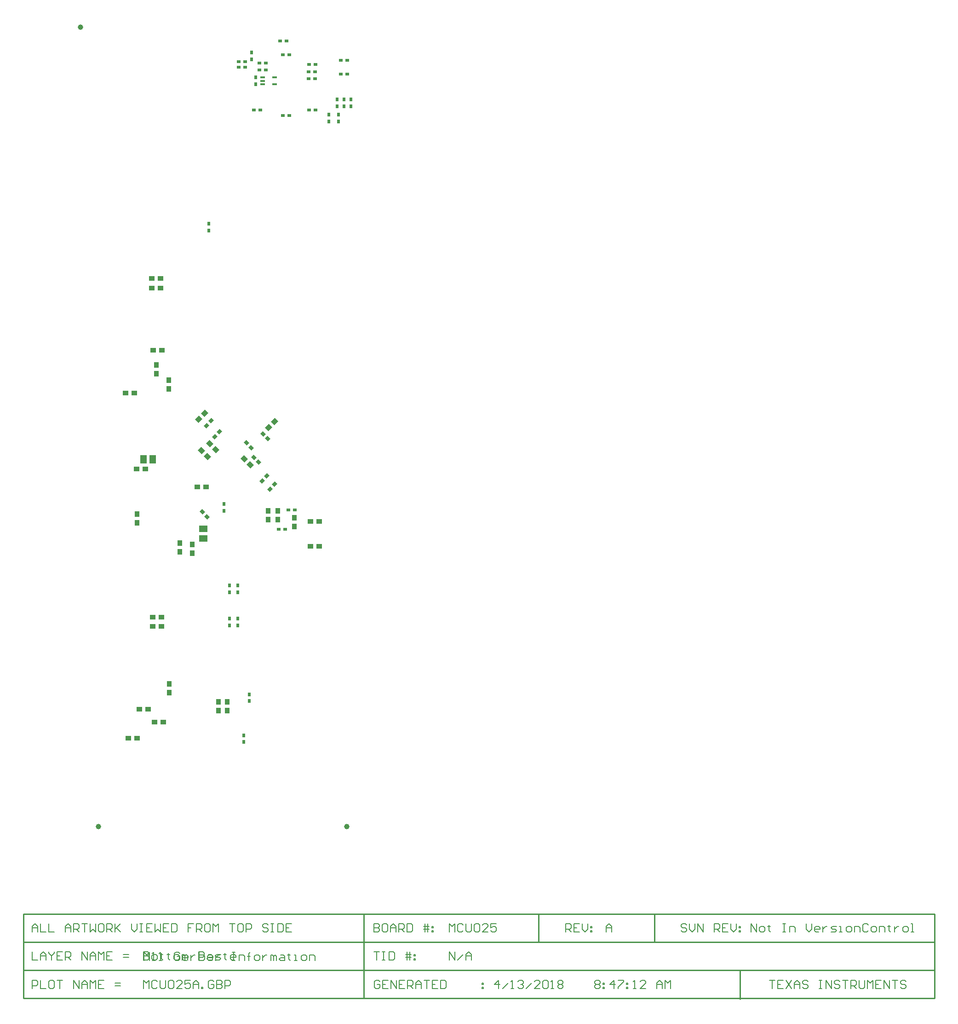
<source format=gbp>
G04 Layer_Color=128*
%FSAX25Y25*%
%MOIN*%
G70*
G01*
G75*
%ADD22R,0.03740X0.03937*%
%ADD23R,0.03937X0.03740*%
%ADD25C,0.03937*%
%ADD27R,0.02362X0.03150*%
%ADD28R,0.03150X0.02362*%
%ADD49C,0.00800*%
%ADD50C,0.01000*%
%ADD68R,0.05905X0.05118*%
G04:AMPARAMS|DCode=70|XSize=37.4mil|YSize=39.37mil|CornerRadius=0mil|HoleSize=0mil|Usage=FLASHONLY|Rotation=315.000|XOffset=0mil|YOffset=0mil|HoleType=Round|Shape=Rectangle|*
%AMROTATEDRECTD70*
4,1,4,-0.02714,-0.00070,0.00070,0.02714,0.02714,0.00070,-0.00070,-0.02714,-0.02714,-0.00070,0.0*
%
%ADD70ROTATEDRECTD70*%

G04:AMPARAMS|DCode=71|XSize=23.62mil|YSize=31.5mil|CornerRadius=0mil|HoleSize=0mil|Usage=FLASHONLY|Rotation=135.000|XOffset=0mil|YOffset=0mil|HoleType=Round|Shape=Rectangle|*
%AMROTATEDRECTD71*
4,1,4,0.01949,0.00278,-0.00278,-0.01949,-0.01949,-0.00278,0.00278,0.01949,0.01949,0.00278,0.0*
%
%ADD71ROTATEDRECTD71*%

G04:AMPARAMS|DCode=72|XSize=37.4mil|YSize=39.37mil|CornerRadius=0mil|HoleSize=0mil|Usage=FLASHONLY|Rotation=225.000|XOffset=0mil|YOffset=0mil|HoleType=Round|Shape=Rectangle|*
%AMROTATEDRECTD72*
4,1,4,-0.00070,0.02714,0.02714,-0.00070,0.00070,-0.02714,-0.02714,0.00070,-0.00070,0.02714,0.0*
%
%ADD72ROTATEDRECTD72*%

G04:AMPARAMS|DCode=73|XSize=23.62mil|YSize=31.5mil|CornerRadius=0mil|HoleSize=0mil|Usage=FLASHONLY|Rotation=225.000|XOffset=0mil|YOffset=0mil|HoleType=Round|Shape=Rectangle|*
%AMROTATEDRECTD73*
4,1,4,-0.00278,0.01949,0.01949,-0.00278,0.00278,-0.01949,-0.01949,0.00278,-0.00278,0.01949,0.0*
%
%ADD73ROTATEDRECTD73*%

%ADD74R,0.05118X0.05905*%
G04:AMPARAMS|DCode=75|XSize=15.75mil|YSize=33.47mil|CornerRadius=1.97mil|HoleSize=0mil|Usage=FLASHONLY|Rotation=270.000|XOffset=0mil|YOffset=0mil|HoleType=Round|Shape=RoundedRectangle|*
%AMROUNDEDRECTD75*
21,1,0.01575,0.02953,0,0,270.0*
21,1,0.01181,0.03347,0,0,270.0*
1,1,0.00394,-0.01476,-0.00591*
1,1,0.00394,-0.01476,0.00591*
1,1,0.00394,0.01476,0.00591*
1,1,0.00394,0.01476,-0.00591*
%
%ADD75ROUNDEDRECTD75*%
G54D22*
X0187800Y0248250D02*
D03*
Y0254550D02*
D03*
X0181200Y0248250D02*
D03*
Y0254550D02*
D03*
X0236392Y0388014D02*
D03*
Y0381715D02*
D03*
X0153200Y0369550D02*
D03*
Y0363250D02*
D03*
X0122200Y0390550D02*
D03*
Y0384250D02*
D03*
X0162200Y0368550D02*
D03*
Y0362250D02*
D03*
X0145200Y0487550D02*
D03*
Y0481250D02*
D03*
X0145700Y0261250D02*
D03*
Y0267550D02*
D03*
X0136200Y0498550D02*
D03*
Y0492250D02*
D03*
X0224321Y0392843D02*
D03*
Y0386543D02*
D03*
X0217321Y0392843D02*
D03*
Y0386543D02*
D03*
G54D23*
X0133550Y0315900D02*
D03*
X0139850D02*
D03*
X0139350Y0554400D02*
D03*
X0133050D02*
D03*
X0139850Y0309400D02*
D03*
X0133550D02*
D03*
X0139350Y0561400D02*
D03*
X0133050D02*
D03*
X0254350Y0367400D02*
D03*
X0248050D02*
D03*
X0254350Y0385400D02*
D03*
X0248050D02*
D03*
X0114050Y0478400D02*
D03*
X0120350D02*
D03*
X0116050Y0228400D02*
D03*
X0122350D02*
D03*
X0124050Y0249400D02*
D03*
X0130350D02*
D03*
X0141350Y0239900D02*
D03*
X0135050D02*
D03*
X0134050Y0509400D02*
D03*
X0140350D02*
D03*
X0166050Y0410400D02*
D03*
X0172350D02*
D03*
X0122050Y0423400D02*
D03*
X0128350D02*
D03*
G54D25*
X0081200Y0743400D02*
D03*
X0094200Y0164400D02*
D03*
X0274200D02*
D03*
G54D27*
X0189200Y0338762D02*
D03*
Y0334038D02*
D03*
X0195200Y0338762D02*
D03*
Y0334038D02*
D03*
Y0314762D02*
D03*
Y0310038D02*
D03*
X0189200Y0314762D02*
D03*
Y0310038D02*
D03*
X0185200Y0393038D02*
D03*
Y0397762D02*
D03*
X0174200Y0600762D02*
D03*
Y0596038D02*
D03*
X0203600Y0260062D02*
D03*
Y0255338D02*
D03*
X0199600Y0225638D02*
D03*
Y0230362D02*
D03*
X0205200Y0720038D02*
D03*
Y0724762D02*
D03*
X0208200Y0706762D02*
D03*
Y0702038D02*
D03*
X0268200Y0679762D02*
D03*
Y0675038D02*
D03*
X0261200Y0679762D02*
D03*
Y0675038D02*
D03*
X0267200Y0686038D02*
D03*
Y0690762D02*
D03*
X0277200D02*
D03*
Y0686038D02*
D03*
X0272200Y0690762D02*
D03*
Y0686038D02*
D03*
G54D28*
X0236684Y0393693D02*
D03*
X0231959D02*
D03*
X0224959Y0379693D02*
D03*
X0229684D02*
D03*
X0269838Y0719400D02*
D03*
X0274562D02*
D03*
Y0709400D02*
D03*
X0269838D02*
D03*
X0251662Y0716400D02*
D03*
X0246938D02*
D03*
X0251362Y0705800D02*
D03*
X0246638D02*
D03*
X0251362Y0710800D02*
D03*
X0246638D02*
D03*
X0227838Y0723400D02*
D03*
X0232562D02*
D03*
X0230562Y0733400D02*
D03*
X0225838D02*
D03*
X0200562Y0714200D02*
D03*
X0195838D02*
D03*
X0200562Y0718400D02*
D03*
X0195838D02*
D03*
X0210838Y0717400D02*
D03*
X0215562D02*
D03*
X0210838Y0712400D02*
D03*
X0215562D02*
D03*
X0206838Y0683400D02*
D03*
X0211562D02*
D03*
X0232762Y0679100D02*
D03*
X0228038D02*
D03*
X0251562Y0683400D02*
D03*
X0246838D02*
D03*
G54D49*
X0126900Y0073549D02*
Y0067551D01*
X0129899D01*
X0130899Y0068550D01*
Y0069550D01*
X0129899Y0070550D01*
X0126900D01*
X0129899D01*
X0130899Y0071549D01*
Y0072549D01*
X0129899Y0073549D01*
X0126900D01*
X0133898Y0067551D02*
X0135897D01*
X0136897Y0068550D01*
Y0070550D01*
X0135897Y0071549D01*
X0133898D01*
X0132898Y0070550D01*
Y0068550D01*
X0133898Y0067551D01*
X0139896Y0072549D02*
Y0071549D01*
X0138896D01*
X0140895D01*
X0139896D01*
Y0068550D01*
X0140895Y0067551D01*
X0144894Y0072549D02*
Y0071549D01*
X0143895D01*
X0145894D01*
X0144894D01*
Y0068550D01*
X0145894Y0067551D01*
X0149893D02*
X0151892D01*
X0152892Y0068550D01*
Y0070550D01*
X0151892Y0071549D01*
X0149893D01*
X0148893Y0070550D01*
Y0068550D01*
X0149893Y0067551D01*
X0154891D02*
Y0071549D01*
X0155891D01*
X0156890Y0070550D01*
Y0067551D01*
Y0070550D01*
X0157890Y0071549D01*
X0158890Y0070550D01*
Y0067551D01*
X0166887D02*
Y0073549D01*
X0169886D01*
X0170886Y0072549D01*
Y0070550D01*
X0169886Y0069550D01*
X0166887D01*
X0173885Y0071549D02*
X0175884D01*
X0176884Y0070550D01*
Y0067551D01*
X0173885D01*
X0172885Y0068550D01*
X0173885Y0069550D01*
X0176884D01*
X0178883Y0067551D02*
X0181882D01*
X0182882Y0068550D01*
X0181882Y0069550D01*
X0179883D01*
X0178883Y0070550D01*
X0179883Y0071549D01*
X0182882D01*
X0185881Y0072549D02*
Y0071549D01*
X0184881D01*
X0186881D01*
X0185881D01*
Y0068550D01*
X0186881Y0067551D01*
X0192879D02*
X0190879D01*
X0189880Y0068550D01*
Y0070550D01*
X0190879Y0071549D01*
X0192879D01*
X0193878Y0070550D01*
Y0069550D01*
X0189880D01*
X0567400Y0087833D02*
Y0093831D01*
X0571399Y0087833D01*
Y0093831D01*
X0574398Y0087833D02*
X0576397D01*
X0577397Y0088833D01*
Y0090832D01*
X0576397Y0091832D01*
X0574398D01*
X0573398Y0090832D01*
Y0088833D01*
X0574398Y0087833D01*
X0580396Y0092832D02*
Y0091832D01*
X0579396D01*
X0581395D01*
X0580396D01*
Y0088833D01*
X0581395Y0087833D01*
X0590393Y0093831D02*
X0592392D01*
X0591392D01*
Y0087833D01*
X0590393D01*
X0592392D01*
X0595391D02*
Y0091832D01*
X0598390D01*
X0599390Y0090832D01*
Y0087833D01*
X0607387Y0093831D02*
Y0089833D01*
X0609386Y0087833D01*
X0611386Y0089833D01*
Y0093831D01*
X0616384Y0087833D02*
X0614385D01*
X0613385Y0088833D01*
Y0090832D01*
X0614385Y0091832D01*
X0616384D01*
X0617384Y0090832D01*
Y0089833D01*
X0613385D01*
X0619383Y0091832D02*
Y0087833D01*
Y0089833D01*
X0620383Y0090832D01*
X0621383Y0091832D01*
X0622382D01*
X0625381Y0087833D02*
X0628380D01*
X0629380Y0088833D01*
X0628380Y0089833D01*
X0626381D01*
X0625381Y0090832D01*
X0626381Y0091832D01*
X0629380D01*
X0631379Y0087833D02*
X0633379D01*
X0632379D01*
Y0091832D01*
X0631379D01*
X0637377Y0087833D02*
X0639377D01*
X0640376Y0088833D01*
Y0090832D01*
X0639377Y0091832D01*
X0637377D01*
X0636378Y0090832D01*
Y0088833D01*
X0637377Y0087833D01*
X0642376D02*
Y0091832D01*
X0645375D01*
X0646374Y0090832D01*
Y0087833D01*
X0652373Y0092832D02*
X0651373Y0093831D01*
X0649373D01*
X0648374Y0092832D01*
Y0088833D01*
X0649373Y0087833D01*
X0651373D01*
X0652373Y0088833D01*
X0655372Y0087833D02*
X0657371D01*
X0658371Y0088833D01*
Y0090832D01*
X0657371Y0091832D01*
X0655372D01*
X0654372Y0090832D01*
Y0088833D01*
X0655372Y0087833D01*
X0660370D02*
Y0091832D01*
X0663369D01*
X0664369Y0090832D01*
Y0087833D01*
X0667368Y0092832D02*
Y0091832D01*
X0666368D01*
X0668367D01*
X0667368D01*
Y0088833D01*
X0668367Y0087833D01*
X0671366Y0091832D02*
Y0087833D01*
Y0089833D01*
X0672366Y0090832D01*
X0673366Y0091832D01*
X0674365D01*
X0678364Y0087833D02*
X0680364D01*
X0681363Y0088833D01*
Y0090832D01*
X0680364Y0091832D01*
X0678364D01*
X0677364Y0090832D01*
Y0088833D01*
X0678364Y0087833D01*
X0683362D02*
X0685362D01*
X0684362D01*
Y0093831D01*
X0683362D01*
X0520799Y0092832D02*
X0519799Y0093831D01*
X0517800D01*
X0516800Y0092832D01*
Y0091832D01*
X0517800Y0090832D01*
X0519799D01*
X0520799Y0089833D01*
Y0088833D01*
X0519799Y0087833D01*
X0517800D01*
X0516800Y0088833D01*
X0522798Y0093831D02*
Y0089833D01*
X0524797Y0087833D01*
X0526797Y0089833D01*
Y0093831D01*
X0528796Y0087833D02*
Y0093831D01*
X0532795Y0087833D01*
Y0093831D01*
X0540792Y0087833D02*
Y0093831D01*
X0543791D01*
X0544791Y0092832D01*
Y0090832D01*
X0543791Y0089833D01*
X0540792D01*
X0542792D02*
X0544791Y0087833D01*
X0550789Y0093831D02*
X0546790D01*
Y0087833D01*
X0550789D01*
X0546790Y0090832D02*
X0548790D01*
X0552788Y0093831D02*
Y0089833D01*
X0554788Y0087833D01*
X0556787Y0089833D01*
Y0093831D01*
X0558786Y0091832D02*
X0559786D01*
Y0090832D01*
X0558786D01*
Y0091832D01*
Y0088833D02*
X0559786D01*
Y0087833D01*
X0558786D01*
Y0088833D01*
X0433000Y0087833D02*
Y0093831D01*
X0435999D01*
X0436999Y0092832D01*
Y0090832D01*
X0435999Y0089833D01*
X0433000D01*
X0434999D02*
X0436999Y0087833D01*
X0442997Y0093831D02*
X0438998D01*
Y0087833D01*
X0442997D01*
X0438998Y0090832D02*
X0440997D01*
X0444996Y0093831D02*
Y0089833D01*
X0446995Y0087833D01*
X0448995Y0089833D01*
Y0093831D01*
X0450994Y0091832D02*
X0451994D01*
Y0090832D01*
X0450994D01*
Y0091832D01*
Y0088833D02*
X0451994D01*
Y0087833D01*
X0450994D01*
Y0088833D01*
X0126900Y0046966D02*
Y0052965D01*
X0128899Y0050965D01*
X0130899Y0052965D01*
Y0046966D01*
X0136897Y0051965D02*
X0135897Y0052965D01*
X0133898D01*
X0132898Y0051965D01*
Y0047966D01*
X0133898Y0046966D01*
X0135897D01*
X0136897Y0047966D01*
X0138896Y0052965D02*
Y0047966D01*
X0139896Y0046966D01*
X0141895D01*
X0142895Y0047966D01*
Y0052965D01*
X0144894Y0051965D02*
X0145894Y0052965D01*
X0147893D01*
X0148893Y0051965D01*
Y0047966D01*
X0147893Y0046966D01*
X0145894D01*
X0144894Y0047966D01*
Y0051965D01*
X0154891Y0046966D02*
X0150892D01*
X0154891Y0050965D01*
Y0051965D01*
X0153891Y0052965D01*
X0151892D01*
X0150892Y0051965D01*
X0160889Y0052965D02*
X0156890D01*
Y0049966D01*
X0158890Y0050965D01*
X0159889D01*
X0160889Y0049966D01*
Y0047966D01*
X0159889Y0046966D01*
X0157890D01*
X0156890Y0047966D01*
X0162888Y0046966D02*
Y0050965D01*
X0164888Y0052965D01*
X0166887Y0050965D01*
Y0046966D01*
Y0049966D01*
X0162888D01*
X0168886Y0046966D02*
Y0047966D01*
X0169886D01*
Y0046966D01*
X0168886D01*
X0177884Y0051965D02*
X0176884Y0052965D01*
X0174884D01*
X0173885Y0051965D01*
Y0047966D01*
X0174884Y0046966D01*
X0176884D01*
X0177884Y0047966D01*
Y0049966D01*
X0175884D01*
X0179883Y0052965D02*
Y0046966D01*
X0182882D01*
X0183882Y0047966D01*
Y0048966D01*
X0182882Y0049966D01*
X0179883D01*
X0182882D01*
X0183882Y0050965D01*
Y0051965D01*
X0182882Y0052965D01*
X0179883D01*
X0185881Y0046966D02*
Y0052965D01*
X0188880D01*
X0189880Y0051965D01*
Y0049966D01*
X0188880Y0048966D01*
X0185881D01*
X0384149Y0046966D02*
Y0052965D01*
X0381150Y0049966D01*
X0385149D01*
X0387148Y0046966D02*
X0391147Y0050965D01*
X0393146Y0046966D02*
X0395146D01*
X0394146D01*
Y0052965D01*
X0393146Y0051965D01*
X0398145D02*
X0399144Y0052965D01*
X0401144D01*
X0402143Y0051965D01*
Y0050965D01*
X0401144Y0049966D01*
X0400144D01*
X0401144D01*
X0402143Y0048966D01*
Y0047966D01*
X0401144Y0046966D01*
X0399144D01*
X0398145Y0047966D01*
X0404143Y0046966D02*
X0408141Y0050965D01*
X0414139Y0046966D02*
X0410141D01*
X0414139Y0050965D01*
Y0051965D01*
X0413140Y0052965D01*
X0411140D01*
X0410141Y0051965D01*
X0416139D02*
X0417138Y0052965D01*
X0419138D01*
X0420137Y0051965D01*
Y0047966D01*
X0419138Y0046966D01*
X0417138D01*
X0416139Y0047966D01*
Y0051965D01*
X0422137Y0046966D02*
X0424136D01*
X0423136D01*
Y0052965D01*
X0422137Y0051965D01*
X0427135D02*
X0428135Y0052965D01*
X0430134D01*
X0431134Y0051965D01*
Y0050965D01*
X0430134Y0049966D01*
X0431134Y0048966D01*
Y0047966D01*
X0430134Y0046966D01*
X0428135D01*
X0427135Y0047966D01*
Y0048966D01*
X0428135Y0049966D01*
X0427135Y0050965D01*
Y0051965D01*
X0428135Y0049966D02*
X0430134D01*
X0298199Y0051965D02*
X0297199Y0052965D01*
X0295200D01*
X0294200Y0051965D01*
Y0047966D01*
X0295200Y0046966D01*
X0297199D01*
X0298199Y0047966D01*
Y0049966D01*
X0296199D01*
X0304197Y0052965D02*
X0300198D01*
Y0046966D01*
X0304197D01*
X0300198Y0049966D02*
X0302197D01*
X0306196Y0046966D02*
Y0052965D01*
X0310195Y0046966D01*
Y0052965D01*
X0316193D02*
X0312194D01*
Y0046966D01*
X0316193D01*
X0312194Y0049966D02*
X0314194D01*
X0318192Y0046966D02*
Y0052965D01*
X0321191D01*
X0322191Y0051965D01*
Y0049966D01*
X0321191Y0048966D01*
X0318192D01*
X0320192D02*
X0322191Y0046966D01*
X0324190D02*
Y0050965D01*
X0326190Y0052965D01*
X0328189Y0050965D01*
Y0046966D01*
Y0049966D01*
X0324190D01*
X0330188Y0052965D02*
X0334187D01*
X0332188D01*
Y0046966D01*
X0340185Y0052965D02*
X0336186D01*
Y0046966D01*
X0340185D01*
X0336186Y0049966D02*
X0338186D01*
X0342184Y0052965D02*
Y0046966D01*
X0345183D01*
X0346183Y0047966D01*
Y0051965D01*
X0345183Y0052965D01*
X0342184D01*
X0372175Y0050965D02*
X0373175D01*
Y0049966D01*
X0372175D01*
Y0050965D01*
Y0047966D02*
X0373175D01*
Y0046966D01*
X0372175D01*
Y0047966D01*
X0046350Y0087833D02*
Y0091832D01*
X0048349Y0093831D01*
X0050349Y0091832D01*
Y0087833D01*
Y0090832D01*
X0046350D01*
X0052348Y0093831D02*
Y0087833D01*
X0056347D01*
X0058346Y0093831D02*
Y0087833D01*
X0062345D01*
X0070342D02*
Y0091832D01*
X0072342Y0093831D01*
X0074341Y0091832D01*
Y0087833D01*
Y0090832D01*
X0070342D01*
X0076340Y0087833D02*
Y0093831D01*
X0079339D01*
X0080339Y0092832D01*
Y0090832D01*
X0079339Y0089833D01*
X0076340D01*
X0078340D02*
X0080339Y0087833D01*
X0082338Y0093831D02*
X0086337D01*
X0084338D01*
Y0087833D01*
X0088336Y0093831D02*
Y0087833D01*
X0090336Y0089833D01*
X0092335Y0087833D01*
Y0093831D01*
X0097334D02*
X0095334D01*
X0094335Y0092832D01*
Y0088833D01*
X0095334Y0087833D01*
X0097334D01*
X0098333Y0088833D01*
Y0092832D01*
X0097334Y0093831D01*
X0100332Y0087833D02*
Y0093831D01*
X0103332D01*
X0104331Y0092832D01*
Y0090832D01*
X0103332Y0089833D01*
X0100332D01*
X0102332D02*
X0104331Y0087833D01*
X0106331Y0093831D02*
Y0087833D01*
Y0089833D01*
X0110329Y0093831D01*
X0107330Y0090832D01*
X0110329Y0087833D01*
X0118327Y0093831D02*
Y0089833D01*
X0120326Y0087833D01*
X0122325Y0089833D01*
Y0093831D01*
X0124325D02*
X0126324D01*
X0125324D01*
Y0087833D01*
X0124325D01*
X0126324D01*
X0133322Y0093831D02*
X0129323D01*
Y0087833D01*
X0133322D01*
X0129323Y0090832D02*
X0131323D01*
X0135321Y0093831D02*
Y0087833D01*
X0137321Y0089833D01*
X0139320Y0087833D01*
Y0093831D01*
X0145318D02*
X0141319D01*
Y0087833D01*
X0145318D01*
X0141319Y0090832D02*
X0143319D01*
X0147317Y0093831D02*
Y0087833D01*
X0150316D01*
X0151316Y0088833D01*
Y0092832D01*
X0150316Y0093831D01*
X0147317D01*
X0163312D02*
X0159313D01*
Y0090832D01*
X0161313D01*
X0159313D01*
Y0087833D01*
X0165312D02*
Y0093831D01*
X0168310D01*
X0169310Y0092832D01*
Y0090832D01*
X0168310Y0089833D01*
X0165312D01*
X0167311D02*
X0169310Y0087833D01*
X0174309Y0093831D02*
X0172309D01*
X0171310Y0092832D01*
Y0088833D01*
X0172309Y0087833D01*
X0174309D01*
X0175308Y0088833D01*
Y0092832D01*
X0174309Y0093831D01*
X0177308Y0087833D02*
Y0093831D01*
X0179307Y0091832D01*
X0181306Y0093831D01*
Y0087833D01*
X0189304Y0093831D02*
X0193303D01*
X0191303D01*
Y0087833D01*
X0198301Y0093831D02*
X0196301D01*
X0195302Y0092832D01*
Y0088833D01*
X0196301Y0087833D01*
X0198301D01*
X0199301Y0088833D01*
Y0092832D01*
X0198301Y0093831D01*
X0201300Y0087833D02*
Y0093831D01*
X0204299D01*
X0205299Y0092832D01*
Y0090832D01*
X0204299Y0089833D01*
X0201300D01*
X0217295Y0092832D02*
X0216295Y0093831D01*
X0214296D01*
X0213296Y0092832D01*
Y0091832D01*
X0214296Y0090832D01*
X0216295D01*
X0217295Y0089833D01*
Y0088833D01*
X0216295Y0087833D01*
X0214296D01*
X0213296Y0088833D01*
X0219294Y0093831D02*
X0221293D01*
X0220294D01*
Y0087833D01*
X0219294D01*
X0221293D01*
X0224292Y0093831D02*
Y0087833D01*
X0227291D01*
X0228291Y0088833D01*
Y0092832D01*
X0227291Y0093831D01*
X0224292D01*
X0234289D02*
X0230291D01*
Y0087833D01*
X0234289D01*
X0230291Y0090832D02*
X0232290D01*
X0462150Y0087833D02*
Y0091832D01*
X0464149Y0093831D01*
X0466149Y0091832D01*
Y0087833D01*
Y0090832D01*
X0462150D01*
X0348550Y0087833D02*
Y0093831D01*
X0350549Y0091832D01*
X0352549Y0093831D01*
Y0087833D01*
X0358547Y0092832D02*
X0357547Y0093831D01*
X0355548D01*
X0354548Y0092832D01*
Y0088833D01*
X0355548Y0087833D01*
X0357547D01*
X0358547Y0088833D01*
X0360546Y0093831D02*
Y0088833D01*
X0361546Y0087833D01*
X0363545D01*
X0364545Y0088833D01*
Y0093831D01*
X0366544Y0092832D02*
X0367544Y0093831D01*
X0369543D01*
X0370543Y0092832D01*
Y0088833D01*
X0369543Y0087833D01*
X0367544D01*
X0366544Y0088833D01*
Y0092832D01*
X0376541Y0087833D02*
X0372542D01*
X0376541Y0091832D01*
Y0092832D01*
X0375541Y0093831D01*
X0373542D01*
X0372542Y0092832D01*
X0382539Y0093831D02*
X0378540D01*
Y0090832D01*
X0380540Y0091832D01*
X0381539D01*
X0382539Y0090832D01*
Y0088833D01*
X0381539Y0087833D01*
X0379540D01*
X0378540Y0088833D01*
X0294000Y0093831D02*
Y0087833D01*
X0296999D01*
X0297999Y0088833D01*
Y0089833D01*
X0296999Y0090832D01*
X0294000D01*
X0296999D01*
X0297999Y0091832D01*
Y0092832D01*
X0296999Y0093831D01*
X0294000D01*
X0302997D02*
X0300998D01*
X0299998Y0092832D01*
Y0088833D01*
X0300998Y0087833D01*
X0302997D01*
X0303997Y0088833D01*
Y0092832D01*
X0302997Y0093831D01*
X0305996Y0087833D02*
Y0091832D01*
X0307996Y0093831D01*
X0309995Y0091832D01*
Y0087833D01*
Y0090832D01*
X0305996D01*
X0311994Y0087833D02*
Y0093831D01*
X0314993D01*
X0315993Y0092832D01*
Y0090832D01*
X0314993Y0089833D01*
X0311994D01*
X0313994D02*
X0315993Y0087833D01*
X0317992Y0093831D02*
Y0087833D01*
X0320991D01*
X0321991Y0088833D01*
Y0092832D01*
X0320991Y0093831D01*
X0317992D01*
X0330988Y0087833D02*
Y0093831D01*
X0332987D02*
Y0087833D01*
X0329988Y0091832D02*
X0332987D01*
X0333987D01*
X0329988Y0089833D02*
X0333987D01*
X0335986Y0091832D02*
X0336986D01*
Y0090832D01*
X0335986D01*
Y0091832D01*
Y0088833D02*
X0336986D01*
Y0087833D01*
X0335986D01*
Y0088833D01*
X0046350Y0073549D02*
Y0067551D01*
X0050349D01*
X0052348D02*
Y0071549D01*
X0054347Y0073549D01*
X0056347Y0071549D01*
Y0067551D01*
Y0070550D01*
X0052348D01*
X0058346Y0073549D02*
Y0072549D01*
X0060346Y0070550D01*
X0062345Y0072549D01*
Y0073549D01*
X0060346Y0070550D02*
Y0067551D01*
X0068343Y0073549D02*
X0064344D01*
Y0067551D01*
X0068343D01*
X0064344Y0070550D02*
X0066343D01*
X0070342Y0067551D02*
Y0073549D01*
X0073341D01*
X0074341Y0072549D01*
Y0070550D01*
X0073341Y0069550D01*
X0070342D01*
X0072342D02*
X0074341Y0067551D01*
X0082338D02*
Y0073549D01*
X0086337Y0067551D01*
Y0073549D01*
X0088336Y0067551D02*
Y0071549D01*
X0090336Y0073549D01*
X0092335Y0071549D01*
Y0067551D01*
Y0070550D01*
X0088336D01*
X0094335Y0067551D02*
Y0073549D01*
X0096334Y0071549D01*
X0098333Y0073549D01*
Y0067551D01*
X0104331Y0073549D02*
X0100332D01*
Y0067551D01*
X0104331D01*
X0100332Y0070550D02*
X0102332D01*
X0112329Y0069550D02*
X0116327D01*
X0112329Y0071549D02*
X0116327D01*
X0046350Y0046966D02*
Y0052965D01*
X0049349D01*
X0050349Y0051965D01*
Y0049966D01*
X0049349Y0048966D01*
X0046350D01*
X0052348Y0052965D02*
Y0046966D01*
X0056347D01*
X0061345Y0052965D02*
X0059346D01*
X0058346Y0051965D01*
Y0047966D01*
X0059346Y0046966D01*
X0061345D01*
X0062345Y0047966D01*
Y0051965D01*
X0061345Y0052965D01*
X0064344D02*
X0068343D01*
X0066343D01*
Y0046966D01*
X0076340D02*
Y0052965D01*
X0080339Y0046966D01*
Y0052965D01*
X0082338Y0046966D02*
Y0050965D01*
X0084338Y0052965D01*
X0086337Y0050965D01*
Y0046966D01*
Y0049966D01*
X0082338D01*
X0088336Y0046966D02*
Y0052965D01*
X0090336Y0050965D01*
X0092335Y0052965D01*
Y0046966D01*
X0098333Y0052965D02*
X0094335D01*
Y0046966D01*
X0098333D01*
X0094335Y0049966D02*
X0096334D01*
X0106331Y0048966D02*
X0110329D01*
X0106331Y0050965D02*
X0110329D01*
X0454050Y0051965D02*
X0455050Y0052965D01*
X0457049D01*
X0458049Y0051965D01*
Y0050965D01*
X0457049Y0049966D01*
X0458049Y0048966D01*
Y0047966D01*
X0457049Y0046966D01*
X0455050D01*
X0454050Y0047966D01*
Y0048966D01*
X0455050Y0049966D01*
X0454050Y0050965D01*
Y0051965D01*
X0455050Y0049966D02*
X0457049D01*
X0460048Y0050965D02*
X0461048D01*
Y0049966D01*
X0460048D01*
Y0050965D01*
Y0047966D02*
X0461048D01*
Y0046966D01*
X0460048D01*
Y0047966D01*
X0468046Y0046966D02*
Y0052965D01*
X0465046Y0049966D01*
X0469045D01*
X0471044Y0052965D02*
X0475043D01*
Y0051965D01*
X0471044Y0047966D01*
Y0046966D01*
X0477043Y0050965D02*
X0478042D01*
Y0049966D01*
X0477043D01*
Y0050965D01*
Y0047966D02*
X0478042D01*
Y0046966D01*
X0477043D01*
Y0047966D01*
X0482041Y0046966D02*
X0484040D01*
X0483041D01*
Y0052965D01*
X0482041Y0051965D01*
X0491038Y0046966D02*
X0487039D01*
X0491038Y0050965D01*
Y0051965D01*
X0490038Y0052965D01*
X0488039D01*
X0487039Y0051965D01*
X0499035Y0046966D02*
Y0050965D01*
X0501035Y0052965D01*
X0503034Y0050965D01*
Y0046966D01*
Y0049966D01*
X0499035D01*
X0505033Y0046966D02*
Y0052965D01*
X0507033Y0050965D01*
X0509032Y0052965D01*
Y0046966D01*
X0580500Y0052965D02*
X0584499D01*
X0582499D01*
Y0046966D01*
X0590497Y0052965D02*
X0586498D01*
Y0046966D01*
X0590497D01*
X0586498Y0049966D02*
X0588497D01*
X0592496Y0052965D02*
X0596495Y0046966D01*
Y0052965D02*
X0592496Y0046966D01*
X0598494D02*
Y0050965D01*
X0600493Y0052965D01*
X0602493Y0050965D01*
Y0046966D01*
Y0049966D01*
X0598494D01*
X0608491Y0051965D02*
X0607491Y0052965D01*
X0605492D01*
X0604492Y0051965D01*
Y0050965D01*
X0605492Y0049966D01*
X0607491D01*
X0608491Y0048966D01*
Y0047966D01*
X0607491Y0046966D01*
X0605492D01*
X0604492Y0047966D01*
X0616488Y0052965D02*
X0618488D01*
X0617488D01*
Y0046966D01*
X0616488D01*
X0618488D01*
X0621487D02*
Y0052965D01*
X0625486Y0046966D01*
Y0052965D01*
X0631484Y0051965D02*
X0630484Y0052965D01*
X0628484D01*
X0627485Y0051965D01*
Y0050965D01*
X0628484Y0049966D01*
X0630484D01*
X0631484Y0048966D01*
Y0047966D01*
X0630484Y0046966D01*
X0628484D01*
X0627485Y0047966D01*
X0633483Y0052965D02*
X0637482D01*
X0635482D01*
Y0046966D01*
X0639481D02*
Y0052965D01*
X0642480D01*
X0643480Y0051965D01*
Y0049966D01*
X0642480Y0048966D01*
X0639481D01*
X0641480D02*
X0643480Y0046966D01*
X0645479Y0052965D02*
Y0047966D01*
X0646479Y0046966D01*
X0648478D01*
X0649478Y0047966D01*
Y0052965D01*
X0651477Y0046966D02*
Y0052965D01*
X0653476Y0050965D01*
X0655476Y0052965D01*
Y0046966D01*
X0661474Y0052965D02*
X0657475D01*
Y0046966D01*
X0661474D01*
X0657475Y0049966D02*
X0659474D01*
X0663473Y0046966D02*
Y0052965D01*
X0667472Y0046966D01*
Y0052965D01*
X0669471D02*
X0673470D01*
X0671471D01*
Y0046966D01*
X0679468Y0051965D02*
X0678468Y0052965D01*
X0676469D01*
X0675469Y0051965D01*
Y0050965D01*
X0676469Y0049966D01*
X0678468D01*
X0679468Y0048966D01*
Y0047966D01*
X0678468Y0046966D01*
X0676469D01*
X0675469Y0047966D01*
X0294000Y0073498D02*
X0297999D01*
X0295999D01*
Y0067500D01*
X0299998Y0073498D02*
X0301997D01*
X0300998D01*
Y0067500D01*
X0299998D01*
X0301997D01*
X0304996Y0073498D02*
Y0067500D01*
X0307996D01*
X0308995Y0068500D01*
Y0072498D01*
X0307996Y0073498D01*
X0304996D01*
X0317992Y0067500D02*
Y0073498D01*
X0319992D02*
Y0067500D01*
X0316993Y0071499D02*
X0319992D01*
X0320991D01*
X0316993Y0069499D02*
X0320991D01*
X0322991Y0071499D02*
X0323990D01*
Y0070499D01*
X0322991D01*
Y0071499D01*
Y0068500D02*
X0323990D01*
Y0067500D01*
X0322991D01*
Y0068500D01*
X0348550Y0067500D02*
Y0073498D01*
X0352549Y0067500D01*
Y0073498D01*
X0354548Y0067500D02*
X0358547Y0071499D01*
X0360546Y0067500D02*
Y0071499D01*
X0362545Y0073498D01*
X0364545Y0071499D01*
Y0067500D01*
Y0070499D01*
X0360546D01*
X0127200Y0067400D02*
Y0073398D01*
X0129199Y0071399D01*
X0131199Y0073398D01*
Y0067400D01*
X0133198D02*
X0135197D01*
X0134198D01*
Y0073398D01*
X0133198Y0072398D01*
X0138196Y0067400D02*
X0140196D01*
X0139196D01*
Y0073398D01*
X0138196Y0072398D01*
X0153192D02*
X0152192Y0073398D01*
X0150193D01*
X0149193Y0072398D01*
Y0068400D01*
X0150193Y0067400D01*
X0152192D01*
X0153192Y0068400D01*
Y0070399D01*
X0151192D01*
X0158190Y0067400D02*
X0156191D01*
X0155191Y0068400D01*
Y0070399D01*
X0156191Y0071399D01*
X0158190D01*
X0159190Y0070399D01*
Y0069399D01*
X0155191D01*
X0161189Y0071399D02*
Y0067400D01*
Y0069399D01*
X0162189Y0070399D01*
X0163188Y0071399D01*
X0164188D01*
X0167187Y0073398D02*
Y0067400D01*
X0170186D01*
X0171186Y0068400D01*
Y0069399D01*
Y0070399D01*
X0170186Y0071399D01*
X0167187D01*
X0176184Y0067400D02*
X0174185D01*
X0173185Y0068400D01*
Y0070399D01*
X0174185Y0071399D01*
X0176184D01*
X0177184Y0070399D01*
Y0069399D01*
X0173185D01*
X0179183Y0071399D02*
Y0067400D01*
Y0069399D01*
X0180183Y0070399D01*
X0181183Y0071399D01*
X0182182D01*
X0191179Y0073398D02*
X0193179D01*
X0192179D01*
Y0067400D01*
X0191179D01*
X0193179D01*
X0196178D02*
Y0071399D01*
X0199177D01*
X0200176Y0070399D01*
Y0067400D01*
X0203175D02*
Y0072398D01*
Y0070399D01*
X0202176D01*
X0204175D01*
X0203175D01*
Y0072398D01*
X0204175Y0073398D01*
X0208174Y0067400D02*
X0210173D01*
X0211173Y0068400D01*
Y0070399D01*
X0210173Y0071399D01*
X0208174D01*
X0207174Y0070399D01*
Y0068400D01*
X0208174Y0067400D01*
X0213172Y0071399D02*
Y0067400D01*
Y0069399D01*
X0214172Y0070399D01*
X0215172Y0071399D01*
X0216171D01*
X0219170Y0067400D02*
Y0071399D01*
X0220170D01*
X0221170Y0070399D01*
Y0067400D01*
Y0070399D01*
X0222169Y0071399D01*
X0223169Y0070399D01*
Y0067400D01*
X0226168Y0071399D02*
X0228167D01*
X0229167Y0070399D01*
Y0067400D01*
X0226168D01*
X0225168Y0068400D01*
X0226168Y0069399D01*
X0229167D01*
X0232166Y0072398D02*
Y0071399D01*
X0231166D01*
X0233166D01*
X0232166D01*
Y0068400D01*
X0233166Y0067400D01*
X0236165D02*
X0238164D01*
X0237164D01*
Y0071399D01*
X0236165D01*
X0242163Y0067400D02*
X0244162D01*
X0245162Y0068400D01*
Y0070399D01*
X0244162Y0071399D01*
X0242163D01*
X0241163Y0070399D01*
Y0068400D01*
X0242163Y0067400D01*
X0247161D02*
Y0071399D01*
X0250160D01*
X0251160Y0070399D01*
Y0067400D01*
G54D50*
X0497200Y0080717D02*
Y0101050D01*
X0413200Y0080717D02*
Y0101050D01*
X0040000Y0080717D02*
X0700200D01*
X0040000Y0060383D02*
X0700000D01*
X0040000Y0040050D02*
X0440500D01*
X0040050Y0101050D02*
X0700200D01*
X0040050Y0040050D02*
Y0101050D01*
Y0040050D02*
X0197600D01*
X0040000D02*
Y0101050D01*
X0286500Y0040050D02*
Y0101050D01*
X0700200Y0040050D02*
Y0101050D01*
X0440500Y0040050D02*
X0700200D01*
X0559400Y0039400D02*
Y0059683D01*
G54D68*
X0170200Y0379747D02*
D03*
Y0373054D02*
D03*
G54D70*
X0171427Y0463627D02*
D03*
X0166973Y0459173D02*
D03*
X0217473Y0453173D02*
D03*
X0221927Y0457627D02*
D03*
G54D71*
X0216370Y0418070D02*
D03*
X0213030Y0414730D02*
D03*
X0175870Y0458070D02*
D03*
X0172530Y0454730D02*
D03*
X0218530Y0408730D02*
D03*
X0221870Y0412070D02*
D03*
X0178530Y0446730D02*
D03*
X0181870Y0450070D02*
D03*
G54D72*
X0173427Y0432173D02*
D03*
X0168973Y0436627D02*
D03*
X0199973Y0430627D02*
D03*
X0204427Y0426173D02*
D03*
X0179427Y0437173D02*
D03*
X0174973Y0441627D02*
D03*
G54D73*
X0213530Y0448570D02*
D03*
X0216870Y0445230D02*
D03*
X0207030Y0431470D02*
D03*
X0210370Y0428130D02*
D03*
X0204870Y0438730D02*
D03*
X0201530Y0442070D02*
D03*
X0169530Y0392070D02*
D03*
X0172870Y0388730D02*
D03*
G54D74*
X0126854Y0430400D02*
D03*
X0133546D02*
D03*
G54D75*
X0222129Y0701841D02*
D03*
Y0706959D02*
D03*
X0213271D02*
D03*
Y0704400D02*
D03*
Y0701841D02*
D03*
M02*

</source>
